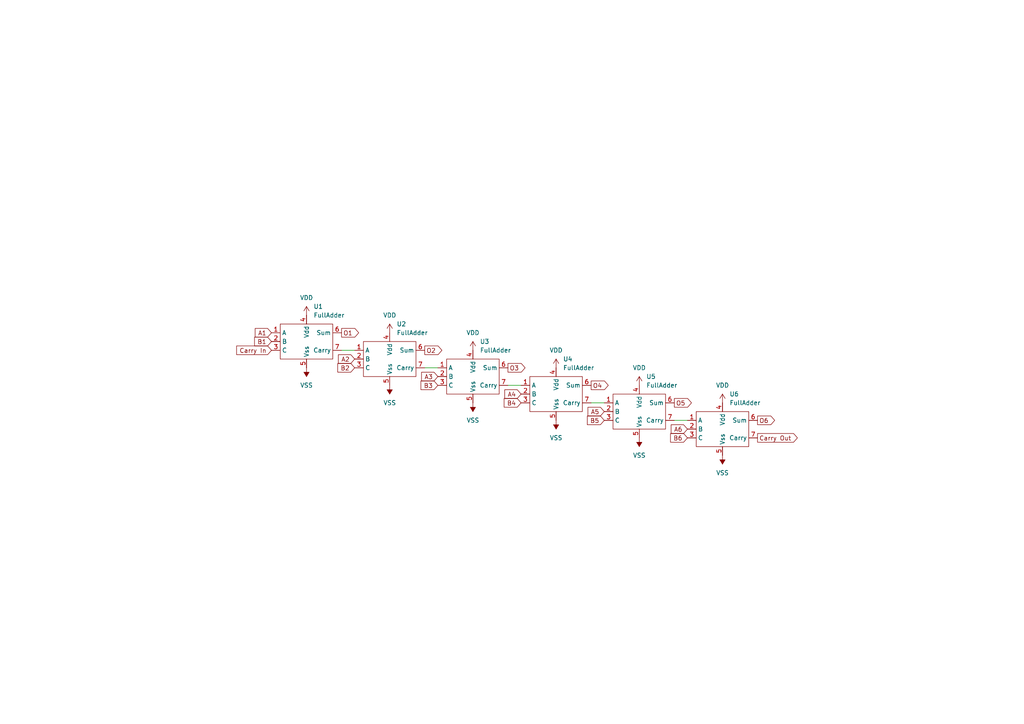
<source format=kicad_sch>
(kicad_sch (version 20250114) (generator "eeschema") (generator_version "9.0")
  (paper "A4")
  (lib_symbols
    (symbol "FullAdder:FullAdder"
      (property "Reference" "U" (at 0 5.08 0))
      (property "Value" "FullAdder" (at 0 -5.08 0))
      (symbol "FullAdder_0_1"
        (rectangle (start -7.62 5.08) (end 7.62 -5.08))
      )
      (symbol "FullAdder_1_1"
        (pin input line (at -10.16 2.54 0) (length 2.54) (name "A") (number "1"))
        (pin input line (at -10.16 0 0) (length 2.54) (name "B") (number "2"))
        (pin input line (at -10.16 -2.54 0) (length 2.54) (name "C") (number "3"))
        (pin power_in line (at 0 7.62 270) (length 2.54) (name "Vdd") (number "4"))
        (pin power_in line (at 0 -7.62 90) (length 2.54) (name "Vss") (number "5"))
        (pin output line (at 10.16 2.54 180) (length 2.54) (name "Sum") (number "6"))
        (pin output line (at 10.16 -2.54 180) (length 2.54) (name "Carry") (number "7"))
      )
    )
    (symbol "power:VDD" (power) (pin_names (offset 0))
      (property "Value" "VDD" (at 0 3.81 0))
      (symbol "VDD_0_1"
        (polyline (pts (xy -0.762 1.27) (xy 0 2.54)))
        (polyline (pts (xy 0 2.54) (xy 0.762 1.27)))
        (polyline (pts (xy 0 0) (xy 0 2.54)))
      )
      (symbol "VDD_1_1"
        (pin power_in line (at 0 0 90) (length 0) (hide yes) (name "VDD") (number "1"))
      )
    )
    (symbol "power:VSS" (power) (pin_names (offset 0))
      (property "Value" "VSS" (at 0 3.81 0))
      (symbol "VSS_0_1"
        (polyline (pts (xy 0 0) (xy 0 2.54)))
        (polyline (pts (xy 0.762 1.27) (xy -0.762 1.27) (xy 0 2.54) (xy 0.762 1.27)) (fill (type outline)))
      )
      (symbol "VSS_1_1"
        (pin power_in line (at 0 0 90) (length 0) (hide yes) (name "VSS") (number "1"))
      )
    )
  )
  (wire (pts (xy 195.58 121.92) (xy 199.39 121.92)))
  (wire (pts (xy 171.45 116.84) (xy 175.26 116.84)))
  (wire (pts (xy 147.32 111.76) (xy 151.13 111.76)))
  (wire (pts (xy 123.19 106.68) (xy 127 106.68)))
  (wire (pts (xy 99.06 101.6) (xy 102.87 101.6)))
  (global_label "Carry In" (shape input) (at 78.74 101.6 180) (property "Intersheetrefs" "${INTERSHEET_REFS}" (effects (hide yes))))
  (global_label "B2" (shape input) (at 102.87 106.68 180) (property "Intersheetrefs" "${INTERSHEET_REFS}" (effects (hide yes))))
  (global_label "A2" (shape input) (at 102.87 104.14 180) (property "Intersheetrefs" "${INTERSHEET_REFS}" (effects (hide yes))))
  (global_label "A4" (shape input) (at 151.13 114.3 180) (property "Intersheetrefs" "${INTERSHEET_REFS}" (effects (hide yes))))
  (global_label "B6" (shape input) (at 199.39 127 180) (property "Intersheetrefs" "${INTERSHEET_REFS}" (effects (hide yes))))
  (global_label "A3" (shape input) (at 127 109.22 180) (property "Intersheetrefs" "${INTERSHEET_REFS}" (effects (hide yes))))
  (global_label "B3" (shape input) (at 127 111.76 180) (property "Intersheetrefs" "${INTERSHEET_REFS}" (effects (hide yes))))
  (global_label "A1" (shape input) (at 78.74 96.52 180) (property "Intersheetrefs" "${INTERSHEET_REFS}" (effects (hide yes))))
  (global_label "O1" (shape output) (at 99.06 96.52 0) (property "Intersheetrefs" "${INTERSHEET_REFS}" (effects (hide yes))))
  (global_label "A5" (shape input) (at 175.26 119.38 180) (property "Intersheetrefs" "${INTERSHEET_REFS}" (effects (hide yes))))
  (global_label "O3" (shape output) (at 147.32 106.68 0) (property "Intersheetrefs" "${INTERSHEET_REFS}" (effects (hide yes))))
  (global_label "B4" (shape input) (at 151.13 116.84 180) (property "Intersheetrefs" "${INTERSHEET_REFS}" (effects (hide yes))))
  (global_label "A6" (shape input) (at 199.39 124.46 180) (property "Intersheetrefs" "${INTERSHEET_REFS}" (effects (hide yes))))
  (global_label "O5" (shape output) (at 195.58 116.84 0) (property "Intersheetrefs" "${INTERSHEET_REFS}" (effects (hide yes))))
  (global_label "O2" (shape output) (at 123.19 101.6 0) (property "Intersheetrefs" "${INTERSHEET_REFS}" (effects (hide yes))))
  (global_label "B1" (shape input) (at 78.74 99.06 180) (property "Intersheetrefs" "${INTERSHEET_REFS}" (effects (hide yes))))
  (global_label "O4" (shape output) (at 171.45 111.76 0) (property "Intersheetrefs" "${INTERSHEET_REFS}" (effects (hide yes))))
  (global_label "O6" (shape output) (at 219.71 121.92 0) (property "Intersheetrefs" "${INTERSHEET_REFS}" (effects (hide yes))))
  (global_label "Carry Out" (shape output) (at 219.71 127 0) (property "Intersheetrefs" "${INTERSHEET_REFS}" (effects (hide yes))))
  (global_label "B5" (shape input) (at 175.26 121.92 180) (property "Intersheetrefs" "${INTERSHEET_REFS}" (effects (hide yes))))
  (symbol (lib_id "power:VDD") (at 88.9 91.44 0) (unit 1)
    (property "Reference" "#PWR0111" (effects (hide yes)))
    (property "Value" "VDD" (at 88.9 86.36 0))
  )
  (symbol (lib_id "power:VDD") (at 137.16 101.6 0) (unit 1)
    (property "Reference" "#PWR0108" (effects (hide yes)))
    (property "Value" "VDD" (at 137.16 96.52 0))
  )
  (symbol (lib_id "power:VSS") (at 137.16 116.84 180) (unit 1)
    (property "Reference" "#PWR0107" (effects (hide yes)))
    (property "Value" "VSS" (at 137.16 121.92 0))
  )
  (symbol (lib_id "FullAdder:FullAdder") (at 113.03 104.14 0) (unit 1)
    (property "Reference" "U2" (at 115.0494 93.98 0) (effects (justify left)))
    (property "Value" "FullAdder" (at 115.0494 96.52 0) (effects (justify left)))
    (property "Footprint" "FullAdder:FullAdder" (effects (hide yes)))
  )
  (symbol (lib_id "power:VSS") (at 161.29 121.92 180) (unit 1)
    (property "Reference" "#PWR0105" (effects (hide yes)))
    (property "Value" "VSS" (at 161.29 127 0))
  )
  (symbol (lib_id "FullAdder:FullAdder") (at 209.55 124.46 0) (unit 1)
    (property "Reference" "U6" (at 211.5694 114.3 0) (effects (justify left)))
    (property "Value" "FullAdder" (at 211.5694 116.84 0) (effects (justify left)))
    (property "Footprint" "FullAdder:FullAdder" (effects (hide yes)))
  )
  (symbol (lib_id "power:VSS") (at 88.9 106.68 180) (unit 1)
    (property "Reference" "#PWR0112" (effects (hide yes)))
    (property "Value" "VSS" (at 88.9 111.76 0))
  )
  (symbol (lib_id "FullAdder:FullAdder") (at 161.29 114.3 0) (unit 1)
    (property "Reference" "U4" (at 163.3094 104.14 0) (effects (justify left)))
    (property "Value" "FullAdder" (at 163.3094 106.68 0) (effects (justify left)))
    (property "Footprint" "FullAdder:FullAdder" (effects (hide yes)))
  )
  (symbol (lib_id "FullAdder:FullAdder") (at 185.42 119.38 0) (unit 1)
    (property "Reference" "U5" (at 187.4394 109.22 0) (effects (justify left)))
    (property "Value" "FullAdder" (at 187.4394 111.76 0) (effects (justify left)))
    (property "Footprint" "FullAdder:FullAdder" (effects (hide yes)))
  )
  (symbol (lib_id "power:VDD") (at 161.29 106.68 0) (unit 1)
    (property "Reference" "#PWR0106" (effects (hide yes)))
    (property "Value" "VDD" (at 161.29 101.6 0))
  )
  (symbol (lib_id "power:VSS") (at 209.55 132.08 180) (unit 1)
    (property "Reference" "#PWR0109" (effects (hide yes)))
    (property "Value" "VSS" (at 209.55 137.16 0))
  )
  (symbol (lib_id "FullAdder:FullAdder") (at 137.16 109.22 0) (unit 1)
    (property "Reference" "U3" (at 139.1794 99.06 0) (effects (justify left)))
    (property "Value" "FullAdder" (at 139.1794 101.6 0) (effects (justify left)))
    (property "Footprint" "FullAdder:FullAdder" (effects (hide yes)))
  )
  (symbol (lib_id "power:VDD") (at 209.55 116.84 0) (unit 1)
    (property "Reference" "#PWR0110" (effects (hide yes)))
    (property "Value" "VDD" (at 209.55 111.76 0))
  )
  (symbol (lib_id "FullAdder:FullAdder") (at 88.9 99.06 0) (unit 1)
    (property "Reference" "U1" (at 90.9194 88.9 0) (effects (justify left)))
    (property "Value" "FullAdder" (at 90.9194 91.44 0) (effects (justify left)))
    (property "Footprint" "FullAdder:FullAdder" (effects (hide yes)))
  )
  (symbol (lib_id "power:VSS") (at 185.42 127 180) (unit 1)
    (property "Reference" "#PWR0101" (effects (hide yes)))
    (property "Value" "VSS" (at 185.42 132.08 0))
  )
  (symbol (lib_id "power:VSS") (at 113.03 111.76 180) (unit 1)
    (property "Reference" "#PWR0103" (effects (hide yes)))
    (property "Value" "VSS" (at 113.03 116.84 0))
  )
  (symbol (lib_id "power:VDD") (at 113.03 96.52 0) (unit 1)
    (property "Reference" "#PWR0104" (effects (hide yes)))
    (property "Value" "VDD" (at 113.03 91.44 0))
  )
  (symbol (lib_id "power:VDD") (at 185.42 111.76 0) (unit 1)
    (property "Reference" "#PWR0102" (effects (hide yes)))
    (property "Value" "VDD" (at 185.42 106.68 0))
  )
)
</source>
